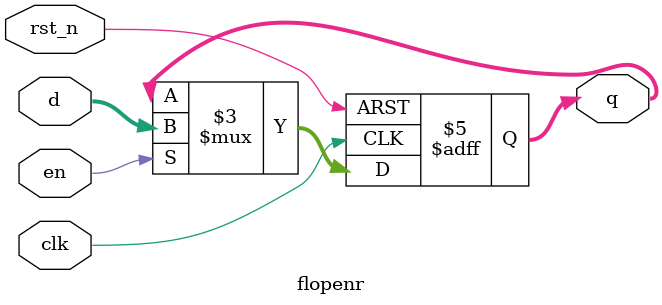
<source format=v>
module flopenr#(parameter width =8)(
input wire clk, rst_n,en, 
input wire  [width -1:0] d, 
output reg [width -1:0] q );

always @(posedge clk or negedge rst_n)
if (!rst_n) q <= 0;
else if(en) q <= d;

endmodule 
</source>
